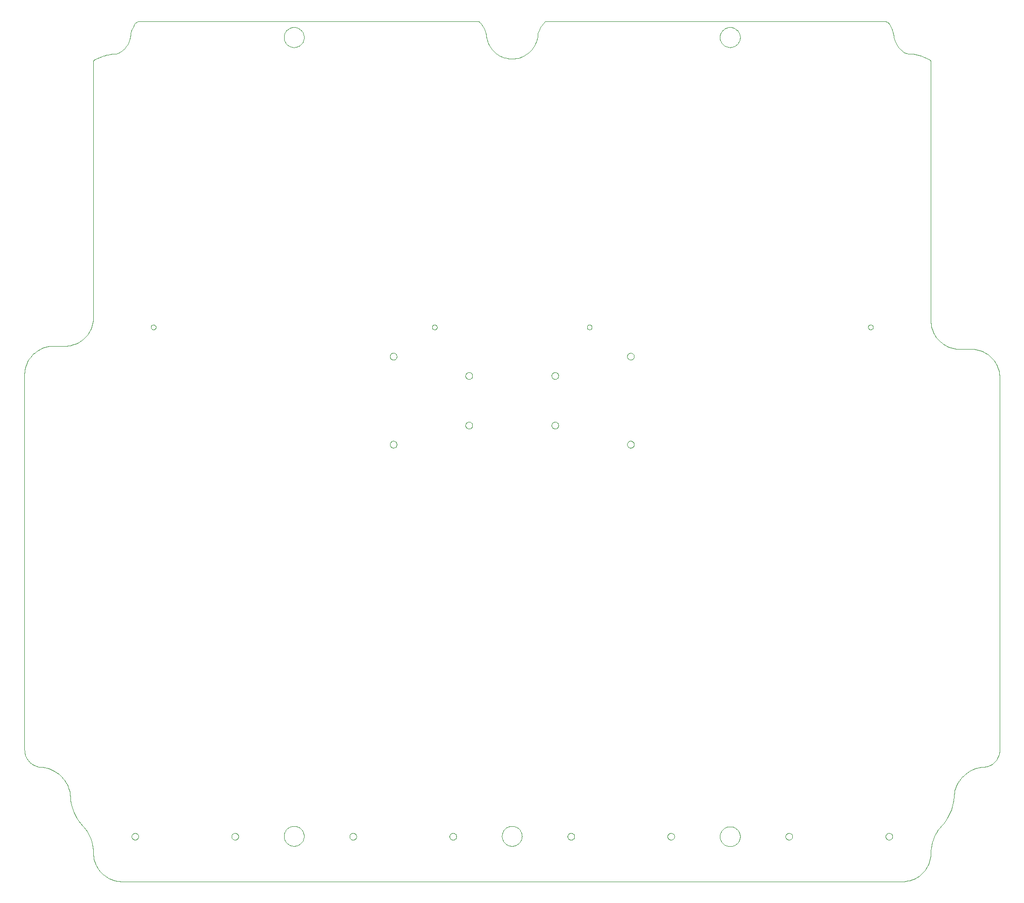
<source format=gm1>
%FSTAX23Y23*%
%MOIN*%
%SFA1B1*%

%IPPOS*%
%ADD110C,0.000500*%
%ADD111C,0.000512*%
%LNduo_x-1*%
%LPD*%
G54D110*
X00023Y0D02*
D01*
Y00001*
Y00003*
Y00004*
X00022Y00006*
Y00008*
X00021Y00009*
X0002Y00011*
Y00012*
X00019Y00013*
X00018Y00015*
X00016Y00016*
X00015Y00017*
X00014Y00018*
X00013Y00019*
X00011Y0002*
X0001Y00021*
X00008*
X00007Y00022*
X00005*
X00004Y00023*
X00002*
X0*
X-00002*
X-00004*
X-00005Y00022*
X-00007*
X-00008Y00021*
X-0001*
X-00011Y0002*
X-00013Y00019*
X-00014Y00018*
X-00015Y00017*
X-00016Y00016*
X-00018Y00015*
X-00019Y00013*
X-0002Y00012*
Y00011*
X-00021Y00009*
X-00022Y00008*
Y00006*
X-00023Y00004*
Y00003*
Y00001*
Y0*
Y-00001*
Y-00003*
Y-00004*
X-00022Y-00006*
Y-00008*
X-00021Y-00009*
X-0002Y-00011*
Y-00012*
X-00019Y-00013*
X-00018Y-00015*
X-00016Y-00016*
X-00015Y-00017*
X-00014Y-00018*
X-00013Y-00019*
X-00011Y-0002*
X-0001Y-00021*
X-00008*
X-00007Y-00022*
X-00005*
X-00004Y-00023*
X-00002*
X0*
X00002*
X00004*
X00005Y-00022*
X00007*
X00008Y-00021*
X0001*
X00011Y-0002*
X00013Y-00019*
X00014Y-00018*
X00015Y-00017*
X00016Y-00016*
X00018Y-00015*
X00019Y-00013*
X0002Y-00012*
Y-00011*
X00021Y-00009*
X00022Y-00008*
Y-00006*
X00023Y-00004*
Y-00003*
Y-00001*
Y0*
X-00144Y05373D02*
D01*
X-00158Y05372*
X-00171Y05371*
X-00185Y05368*
X-00198Y05365*
X-00211Y05361*
X-00217Y05359*
X-00272Y05337D02*
D01*
Y05336*
X-00273*
X-00274*
X-00275Y05335*
X-00276*
X-00277Y05334*
X-00279Y05333*
X-0028Y05332*
X-00281Y05331*
X-00282Y0533*
Y05329*
X-00283Y05328*
X-00284Y05327*
Y05326*
X-00285Y05325*
Y05323*
X-00286Y05322*
Y05321*
Y05319*
Y05318*
X-00483Y03367D02*
D01*
X-00469*
X-00456Y03369*
X-00442Y03371*
X-00429Y03375*
X-00416Y03379*
X-00403Y03384*
X-00391Y0339*
X-00379Y03397*
X-00367Y03405*
X-00357Y03413*
X-00346Y03422*
X-00337Y03432*
X-00328Y03443*
X-0032Y03454*
X-00313Y03465*
X-00306Y03478*
X-00301Y0349*
X-00296Y03503*
X-00292Y03516*
X-00289Y0353*
X-00287Y03543*
X-00286Y03557*
Y03564*
X-00562Y03367D02*
D01*
X-00576*
X-00589Y03365*
X-00603Y03363*
X-00616Y03359*
X-00629Y03355*
X-00642Y0335*
X-00654Y03344*
X-00666Y03337*
X-00678Y03329*
X-00688Y03321*
X-00699Y03312*
X-00708Y03302*
X-00717Y03291*
X-00725Y0328*
X-00732Y03269*
X-00739Y03256*
X-00744Y03244*
X-00749Y03231*
X-00753Y03218*
X-00756Y03204*
X-00758Y03191*
X-00759Y03177*
Y0317*
Y00595D02*
D01*
X-00758Y00587*
Y00578*
X-00756Y0057*
X-00754Y00562*
X-00752Y00554*
X-00748Y00547*
X-00745Y00539*
X-00741Y00532*
X-00736Y00525*
X-00731Y00519*
X-00726Y00513*
X-0072Y00507*
X-00713Y00502*
X-00707Y00497*
X-007Y00493*
X-00692Y00489*
X-00685Y00485*
X-00677Y00482*
X-00669Y0048*
X-00661Y00478*
X-00653Y00477*
X-00648*
X-00444Y00272D02*
D01*
X-00445Y00287*
X-00448Y00302*
X-00451Y00317*
X-00456Y00331*
X-00461Y00346*
X-00467Y00359*
X-00475Y00372*
X-00483Y00385*
X-00492Y00397*
X-00502Y00409*
X-00513Y00419*
X-00524Y00429*
X-00536Y00438*
X-00549Y00446*
X-00562Y00454*
X-00576Y0046*
X-0059Y00466*
X-00604Y0047*
X-00619Y00473*
X-00634Y00476*
X-00648Y00477*
X-00444Y00272D02*
D01*
X-00442Y0025*
X-00439Y00229*
X-00434Y00207*
X-00427Y00186*
X-00419Y00166*
X-0041Y00146*
X-00399Y00127*
X-00387Y00108*
X-00374Y00091*
X-0036Y00074*
X-00286Y-00112D02*
D01*
X-00287Y-00093*
X-00289Y-00074*
X-00292Y-00055*
X-00297Y-00036*
X-00303Y-00018*
X-0031Y0*
X-00319Y00016*
X-00328Y00033*
X-00339Y00049*
X-00351Y00064*
X-0036Y00074*
X-00286Y-00112D02*
D01*
Y-00126*
X-00284Y-0014*
X-00282Y-00153*
X-00279Y-00167*
X-00274Y-0018*
X-00269Y-00192*
X-00263Y-00205*
X-00256Y-00217*
X-00249Y-00228*
X-0024Y-00239*
X-00231Y-00249*
X-00221Y-00259*
X-00211Y-00267*
X-00199Y-00275*
X-00188Y-00283*
X-00176Y-00289*
X-00163Y-00295*
X-0015Y-00299*
X-00137Y-00303*
X-00124Y-00306*
X-0011Y-00308*
X-00096Y-00309*
X-00089*
X05264D02*
D01*
X05278*
X05291Y-00307*
X05305Y-00305*
X05318Y-00302*
X05331Y-00297*
X05344Y-00292*
X05356Y-00286*
X05368Y-00279*
X0538Y-00272*
X0539Y-00263*
X05401Y-00254*
X0541Y-00244*
X05419Y-00233*
X05427Y-00222*
X05434Y-00211*
X05441Y-00199*
X05446Y-00186*
X05451Y-00173*
X05455Y-0016*
X05458Y-00146*
X0546Y-00133*
X05461Y-00119*
Y-00112*
X05535Y00074D02*
D01*
X05522Y0006*
X0551Y00045*
X055Y00028*
X05491Y00012*
X05483Y-00005*
X05476Y-00023*
X0547Y-00041*
X05466Y-0006*
X05463Y-00079*
X05461Y-00098*
Y-00112*
X05535Y00074D02*
D01*
X05549Y00091*
X05562Y00109*
X05574Y00127*
X05585Y00146*
X05594Y00166*
X05602Y00187*
X05608Y00208*
X05613Y00229*
X05617Y00251*
X05619Y00272*
X05822Y00477D02*
D01*
X05807Y00475*
X05792Y00473*
X05777Y0047*
X05763Y00465*
X05749Y00459*
X05735Y00453*
X05722Y00446*
X05709Y00437*
X05697Y00428*
X05686Y00418*
X05675Y00407*
X05666Y00396*
X05657Y00384*
X05648Y00371*
X05641Y00358*
X05635Y00344*
X0563Y0033*
X05625Y00315*
X05622Y00301*
X0562Y00286*
X05619Y00272*
X05822Y00477D02*
D01*
X0583Y00478*
X05838Y00479*
X05846Y00481*
X05854Y00483*
X05862Y00486*
X05869Y0049*
X05877Y00494*
X05883Y00498*
X0589Y00503*
X05896Y00509*
X05902Y00515*
X05907Y00521*
X05912Y00528*
X05917Y00535*
X05921Y00542*
X05924Y00549*
X05927Y00557*
X05929Y00565*
X05931Y00573*
X05932Y00581*
X05933Y00589*
Y00595*
Y0315D02*
D01*
Y03164*
X05931Y03177*
X05929Y03191*
X05926Y03204*
X05921Y03217*
X05916Y0323*
X0591Y03242*
X05903Y03254*
X05896Y03266*
X05887Y03277*
X05878Y03287*
X05868Y03296*
X05858Y03305*
X05846Y03313*
X05835Y0332*
X05823Y03327*
X0581Y03332*
X05797Y03337*
X05784Y03341*
X05771Y03344*
X05757Y03346*
X05743Y03347*
X05736*
X05461Y03544D02*
D01*
Y0353*
X05463Y03516*
X05465Y03503*
X05468Y03489*
X05473Y03476*
X05478Y03464*
X05484Y03451*
X05491Y03439*
X05498Y03428*
X05507Y03417*
X05516Y03407*
X05526Y03397*
X05536Y03389*
X05548Y0338*
X05559Y03373*
X05571Y03367*
X05584Y03361*
X05597Y03356*
X0561Y03353*
X05623Y0335*
X05637Y03348*
X05651Y03347*
X05658*
X05461Y05318D02*
D01*
Y05319*
Y0532*
X0546Y05322*
Y05323*
Y05324*
X05459Y05326*
X05458Y05327*
Y05328*
X05457Y05329*
X05456Y0533*
X05455Y05331*
X05454Y05332*
X05453Y05333*
X05452Y05334*
X05451Y05335*
X0545*
X05448Y05336*
X05447*
Y05337*
X05392Y05359D02*
D01*
X05379Y05363*
X05366Y05367*
X05352Y0537*
X05339Y05372*
X05325Y05373*
X05318*
X05273Y05387D02*
D01*
X05278Y05384*
X05283Y05381*
X05288Y05379*
X05293Y05377*
X05299Y05375*
X05304Y05374*
X0531Y05373*
X05315*
X05318*
X05206Y05498D02*
D01*
X05208Y05487*
X0521Y05477*
X05213Y05466*
X05217Y05456*
X05222Y05446*
X05227Y05436*
X05233Y05427*
X0524Y05418*
X05247Y0541*
X05254Y05402*
X05263Y05395*
X05271Y05388*
X05273Y05387*
X05206Y05498D02*
D01*
X05204Y0551*
X05201Y05522*
X05198Y05534*
X05193Y05546*
X05188Y05557*
X05182Y05568*
X05176Y05578*
X05173Y05582*
X05171Y05584*
X0517Y05586*
X05168Y05587*
X05166Y05589*
X05165Y0559*
X05163Y05591*
X05161Y05592*
X05159Y05593*
X05157Y05594*
X05154*
X05152Y05595*
X0515*
X05148*
X05147*
X02815D02*
D01*
X02807Y05588*
X02799Y0558*
X02793Y05571*
X02786Y05562*
X02781Y05553*
X02776Y05543*
X02772Y05533*
X02768Y05522*
X02765Y05512*
X02763Y05501*
Y05496*
X02411Y05493D02*
D01*
X02413Y05481*
X02416Y05469*
X0242Y05457*
X02424Y05446*
X0243Y05434*
X02436Y05424*
X02443Y05413*
X0245Y05404*
X02459Y05394*
X02467Y05386*
X02477Y05378*
X02487Y0537*
X02497Y05364*
X02508Y05358*
X02519Y05353*
X02531Y05348*
X02543Y05345*
X02555Y05342*
X02567Y05341*
X0258Y0534*
X02592*
X02604*
X02616Y05342*
X02629Y05344*
X02641Y05348*
X02652Y05352*
X02663Y05357*
X02674Y05363*
X02685Y05369*
X02695Y05376*
X02705Y05384*
X02713Y05393*
X02722Y05402*
X02729Y05412*
X02736Y05422*
X02743Y05433*
X02748Y05444*
X02753Y05455*
X02757Y05467*
X0276Y05479*
X02762Y05491*
X02763Y05496*
X02411Y05493D02*
D01*
X0241Y05504*
X02407Y05515*
X02404Y05526*
X02401Y05536*
X02396Y05546*
X02391Y05556*
X02385Y05565*
X02379Y05574*
X02372Y05582*
X02364Y0559*
X02359Y05595*
X00027D02*
D01*
X00024*
X00022*
X0002*
X00018Y05594*
X00016Y05593*
X00014*
X00012Y05592*
X0001Y0559*
X00008Y05589*
X00006Y05588*
X00004Y05586*
X00003Y05585*
X00001Y05583*
Y05582*
X-00005Y05572*
X-00011Y05561*
X-00017Y0555*
X-00022Y05539*
X-00026Y05527*
X-00029Y05515*
X-00031Y05503*
Y05498*
X-00099Y05387D02*
D01*
X-0009Y05393*
X-00082Y054*
X-00074Y05408*
X-00067Y05416*
X-0006Y05425*
X-00054Y05434*
X-00048Y05444*
X-00044Y05454*
X-0004Y05464*
X-00036Y05474*
X-00034Y05485*
X-00032Y05496*
X-00031Y05498*
X-00144Y05373D02*
D01*
X-00138*
X-00133Y05374*
X-00127*
X-00122Y05376*
X-00117Y05378*
X-00112Y0538*
X-00107Y05382*
X-00102Y05385*
X-00099Y05387*
X0116Y05487D02*
D01*
X01159Y05492*
Y05497*
X01158Y05501*
X01157Y05506*
X01155Y05511*
X01154Y05515*
X01152Y05519*
X01149Y05524*
X01146Y05528*
X01143Y05531*
X0114Y05535*
X01137Y05538*
X01133Y05541*
X01129Y05544*
X01125Y05547*
X01121Y05549*
X01117Y05551*
X01112Y05553*
X01107Y05554*
X01103Y05555*
X01098Y05556*
X01093*
X01088*
X01083*
X01079Y05555*
X01074Y05554*
X01069Y05553*
X01065Y05551*
X0106Y05549*
X01056Y05547*
X01052Y05544*
X01048Y05541*
X01045Y05538*
X01041Y05535*
X01038Y05531*
X01035Y05528*
X01032Y05524*
X0103Y05519*
X01028Y05515*
X01026Y05511*
X01024Y05506*
X01023Y05501*
X01022Y05497*
Y05492*
Y05487*
Y05482*
Y05478*
X01023Y05473*
X01024Y05468*
X01026Y05464*
X01028Y05459*
X0103Y05455*
X01032Y05451*
X01035Y05447*
X01038Y05443*
X01041Y05439*
X01045Y05436*
X01048Y05433*
X01052Y0543*
X01056Y05427*
X0106Y05425*
X01065Y05423*
X01069Y05422*
X01074Y0542*
X01079Y05419*
X01083*
X01088Y05418*
X01093*
X01098Y05419*
X01103*
X01107Y0542*
X01112Y05422*
X01117Y05423*
X01121Y05425*
X01125Y05427*
X01129Y0543*
X01133Y05433*
X01137Y05436*
X0114Y05439*
X01143Y05443*
X01146Y05447*
X01149Y05451*
X01152Y05455*
X01154Y05459*
X01155Y05464*
X01157Y05468*
X01158Y05473*
X01159Y05478*
Y05482*
X0116Y05487*
X04152D02*
D01*
Y05492*
X04151Y05497*
X0415Y05501*
X04149Y05506*
X04148Y05511*
X04146Y05515*
X04144Y05519*
X04141Y05524*
X04139Y05528*
X04136Y05531*
X04132Y05535*
X04129Y05538*
X04125Y05541*
X04121Y05544*
X04117Y05547*
X04113Y05549*
X04109Y05551*
X04104Y05553*
X04099Y05554*
X04095Y05555*
X0409Y05556*
X04085*
X0408*
X04076*
X04071Y05555*
X04066Y05554*
X04062Y05553*
X04057Y05551*
X04053Y05549*
X04048Y05547*
X04044Y05544*
X0404Y05541*
X04037Y05538*
X04033Y05535*
X0403Y05531*
X04027Y05528*
X04024Y05524*
X04022Y05519*
X0402Y05515*
X04018Y05511*
X04017Y05506*
X04015Y05501*
Y05497*
X04014Y05492*
Y05487*
Y05482*
X04015Y05478*
Y05473*
X04017Y05468*
X04018Y05464*
X0402Y05459*
X04022Y05455*
X04024Y05451*
X04027Y05447*
X0403Y05443*
X04033Y05439*
X04037Y05436*
X0404Y05433*
X04044Y0543*
X04048Y05427*
X04053Y05425*
X04057Y05423*
X04062Y05422*
X04066Y0542*
X04071Y05419*
X04076*
X0408Y05418*
X04085*
X0409Y05419*
X04095*
X04099Y0542*
X04104Y05422*
X04109Y05423*
X04113Y05425*
X04117Y05427*
X04121Y0543*
X04125Y05433*
X04129Y05436*
X04132Y05439*
X04136Y05443*
X04139Y05447*
X04141Y05451*
X04144Y05455*
X04146Y05459*
X04148Y05464*
X04149Y05468*
X0415Y05473*
X04151Y05478*
X04152Y05482*
Y05487*
X0116Y00002D02*
D01*
X01159Y00007*
Y00011*
X01158Y00016*
X01157Y00021*
X01155Y00025*
X01154Y0003*
X01152Y00034*
X01149Y00038*
X01146Y00042*
X01143Y00046*
X0114Y0005*
X01137Y00053*
X01133Y00056*
X01129Y00059*
X01125Y00062*
X01121Y00064*
X01117Y00066*
X01112Y00067*
X01107Y00069*
X01103Y0007*
X01098*
X01093Y00071*
X01088*
X01083Y0007*
X01079*
X01074Y00069*
X01069Y00067*
X01065Y00066*
X0106Y00064*
X01056Y00062*
X01052Y00059*
X01048Y00056*
X01045Y00053*
X01041Y0005*
X01038Y00046*
X01035Y00042*
X01032Y00038*
X0103Y00034*
X01028Y0003*
X01026Y00025*
X01024Y00021*
X01023Y00016*
X01022Y00011*
Y00007*
Y00002*
Y-00002*
Y-00007*
X01023Y-00011*
X01024Y-00016*
X01026Y-00021*
X01028Y-00025*
X0103Y-00029*
X01032Y-00034*
X01035Y-00038*
X01038Y-00041*
X01041Y-00045*
X01045Y-00048*
X01048Y-00051*
X01052Y-00054*
X01056Y-00057*
X0106Y-00059*
X01065Y-00061*
X01069Y-00063*
X01074Y-00064*
X01079Y-00065*
X01083Y-00066*
X01088*
X01093*
X01098*
X01103Y-00065*
X01107Y-00064*
X01112Y-00063*
X01117Y-00061*
X01121Y-00059*
X01125Y-00057*
X01129Y-00054*
X01133Y-00051*
X01137Y-00048*
X0114Y-00045*
X01143Y-00041*
X01146Y-00038*
X01149Y-00034*
X01152Y-00029*
X01154Y-00025*
X01155Y-00021*
X01157Y-00016*
X01158Y-00011*
X01159Y-00007*
Y-00002*
X0116Y00002*
X02656D02*
D01*
X02655Y00007*
Y00011*
X02654Y00016*
X02653Y00021*
X02651Y00025*
X0265Y0003*
X02648Y00034*
X02645Y00038*
X02642Y00042*
X0264Y00046*
X02636Y0005*
X02633Y00053*
X02629Y00056*
X02625Y00059*
X02621Y00062*
X02617Y00064*
X02613Y00066*
X02608Y00067*
X02603Y00069*
X02599Y0007*
X02594*
X02589Y00071*
X02584*
X0258Y0007*
X02575*
X0257Y00069*
X02565Y00067*
X02561Y00066*
X02557Y00064*
X02552Y00062*
X02548Y00059*
X02544Y00056*
X02541Y00053*
X02537Y0005*
X02534Y00046*
X02531Y00042*
X02528Y00038*
X02526Y00034*
X02524Y0003*
X02522Y00025*
X02521Y00021*
X02519Y00016*
Y00011*
X02518Y00007*
Y00002*
Y-00002*
X02519Y-00007*
Y-00011*
X02521Y-00016*
X02522Y-00021*
X02524Y-00025*
X02526Y-00029*
X02528Y-00034*
X02531Y-00038*
X02534Y-00041*
X02537Y-00045*
X02541Y-00048*
X02544Y-00051*
X02548Y-00054*
X02552Y-00057*
X02557Y-00059*
X02561Y-00061*
X02565Y-00063*
X0257Y-00064*
X02575Y-00065*
X0258Y-00066*
X02584*
X02589*
X02594*
X02599Y-00065*
X02603Y-00064*
X02608Y-00063*
X02613Y-00061*
X02617Y-00059*
X02621Y-00057*
X02625Y-00054*
X02629Y-00051*
X02633Y-00048*
X02636Y-00045*
X0264Y-00041*
X02642Y-00038*
X02645Y-00034*
X02648Y-00029*
X0265Y-00025*
X02651Y-00021*
X02653Y-00016*
X02654Y-00011*
X02655Y-00007*
Y-00002*
X02656Y00002*
X04152Y0D02*
D01*
Y00004*
X04151Y00009*
X0415Y00014*
X04149Y00018*
X04148Y00023*
X04146Y00028*
X04144Y00032*
X04141Y00036*
X04139Y0004*
X04136Y00044*
X04132Y00047*
X04129Y00051*
X04125Y00054*
X04121Y00057*
X04117Y00059*
X04113Y00061*
X04109Y00063*
X04104Y00065*
X04099Y00066*
X04095Y00067*
X0409Y00068*
X04085*
X0408*
X04076*
X04071Y00067*
X04066Y00066*
X04062Y00065*
X04057Y00063*
X04053Y00061*
X04048Y00059*
X04044Y00057*
X0404Y00054*
X04037Y00051*
X04033Y00047*
X0403Y00044*
X04027Y0004*
X04024Y00036*
X04022Y00032*
X0402Y00028*
X04018Y00023*
X04017Y00018*
X04015Y00014*
Y00009*
X04014Y00004*
Y0*
Y-00004*
X04015Y-00009*
Y-00014*
X04017Y-00018*
X04018Y-00023*
X0402Y-00028*
X04022Y-00032*
X04024Y-00036*
X04027Y-0004*
X0403Y-00044*
X04033Y-00047*
X04037Y-00051*
X0404Y-00054*
X04044Y-00057*
X04048Y-00059*
X04053Y-00061*
X04057Y-00063*
X04062Y-00065*
X04066Y-00066*
X04071Y-00067*
X04076Y-00068*
X0408*
X04085*
X0409*
X04095Y-00067*
X04099Y-00066*
X04104Y-00065*
X04109Y-00063*
X04113Y-00061*
X04117Y-00059*
X04121Y-00057*
X04125Y-00054*
X04129Y-00051*
X04132Y-00047*
X04136Y-00044*
X04139Y-0004*
X04141Y-00036*
X04144Y-00032*
X04146Y-00028*
X04148Y-00023*
X04149Y-00018*
X0415Y-00014*
X04151Y-00009*
X04152Y-00004*
Y0*
X02815Y05595D02*
D01*
X02807Y05588*
X02799Y0558*
X02793Y05571*
X02786Y05562*
X02781Y05553*
X02776Y05543*
X02772Y05533*
X02768Y05522*
X02765Y05512*
X02763Y05501*
Y05496*
X05173Y05582D02*
D01*
X05171Y05584*
X0517Y05586*
X05168Y05587*
X05166Y05589*
X05165Y0559*
X05163Y05591*
X05161Y05592*
X05159Y05593*
X05157Y05594*
X05154*
X05152Y05595*
X0515*
X05148*
X05147*
X05206Y05498D02*
D01*
X05204Y0551*
X05201Y05522*
X05198Y05534*
X05193Y05546*
X05188Y05557*
X05182Y05568*
X05176Y05578*
X05173Y05582*
X05461Y05318D02*
D01*
Y05319*
Y0532*
X0546Y05322*
Y05323*
Y05324*
X05459Y05326*
X05458Y05327*
Y05328*
X05457Y05329*
X05456Y0533*
X05455Y05331*
X05454Y05332*
X05453Y05333*
X05452Y05334*
X05451Y05335*
X0545*
X05448Y05336*
X05461Y03544D02*
D01*
Y0353*
X05463Y03516*
X05465Y03503*
X05468Y03489*
X05473Y03476*
X05478Y03464*
X05484Y03451*
X05491Y03439*
X05498Y03428*
X05507Y03417*
X05516Y03407*
X05526Y03397*
X05536Y03389*
X05548Y0338*
X05559Y03373*
X05571Y03367*
X05584Y03361*
X05597Y03356*
X0561Y03353*
X05623Y0335*
X05637Y03348*
X05651Y03347*
X05658*
X05933Y0315D02*
D01*
Y03164*
X05931Y03177*
X05929Y03191*
X05926Y03204*
X05921Y03217*
X05916Y0323*
X0591Y03242*
X05903Y03254*
X05896Y03266*
X05887Y03277*
X05878Y03287*
X05868Y03296*
X05858Y03305*
X05846Y03313*
X05835Y0332*
X05823Y03327*
X0581Y03332*
X05797Y03337*
X05784Y03341*
X05771Y03344*
X05757Y03346*
X05743Y03347*
X05736*
X05822Y00477D02*
D01*
X0583Y00478*
X05838Y00479*
X05846Y00481*
X05854Y00483*
X05862Y00486*
X05869Y0049*
X05877Y00494*
X05883Y00498*
X0589Y00503*
X05896Y00509*
X05902Y00515*
X05907Y00521*
X05912Y00528*
X05917Y00535*
X05921Y00542*
X05924Y00549*
X05927Y00557*
X05929Y00565*
X05931Y00573*
X05932Y00581*
X05933Y00589*
Y00595*
X05822Y00477D02*
D01*
X05807Y00475*
X05792Y00473*
X05777Y0047*
X05763Y00465*
X05749Y00459*
X05735Y00453*
X05722Y00446*
X05709Y00437*
X05697Y00428*
X05686Y00418*
X05675Y00407*
X05666Y00396*
X05657Y00384*
X05648Y00371*
X05641Y00358*
X05635Y00344*
X0563Y0033*
X05625Y00315*
X05622Y00301*
X0562Y00286*
X05619Y00272*
X05535Y00074D02*
D01*
X05549Y00091*
X05562Y00109*
X05574Y00127*
X05585Y00146*
X05594Y00166*
X05602Y00187*
X05608Y00208*
X05613Y00229*
X05617Y00251*
X05619Y00272*
X05535Y00074D02*
D01*
X05522Y0006*
X0551Y00045*
X055Y00028*
X05491Y00012*
X05483Y-00005*
X05476Y-00023*
X0547Y-00041*
X05466Y-0006*
X05463Y-00079*
X05461Y-00098*
Y-00112*
X05264Y-00309D02*
D01*
X05278*
X05291Y-00307*
X05305Y-00305*
X05318Y-00302*
X05331Y-00297*
X05344Y-00292*
X05356Y-00286*
X05368Y-00279*
X0538Y-00272*
X0539Y-00263*
X05401Y-00254*
X0541Y-00244*
X05419Y-00233*
X05427Y-00222*
X05434Y-00211*
X05441Y-00199*
X05446Y-00186*
X05451Y-00173*
X05455Y-0016*
X05458Y-00146*
X0546Y-00133*
X05461Y-00119*
Y-00112*
X-00286D02*
D01*
Y-00126*
X-00284Y-0014*
X-00282Y-00153*
X-00279Y-00167*
X-00274Y-0018*
X-00269Y-00192*
X-00263Y-00205*
X-00256Y-00217*
X-00249Y-00228*
X-0024Y-00239*
X-00231Y-00249*
X-00221Y-00259*
X-00211Y-00267*
X-00199Y-00275*
X-00188Y-00283*
X-00176Y-00289*
X-00163Y-00295*
X-0015Y-00299*
X-00137Y-00303*
X-00124Y-00306*
X-0011Y-00308*
X-00096Y-00309*
X-00089*
X-00286Y-00112D02*
D01*
X-00287Y-00093*
X-00289Y-00074*
X-00292Y-00055*
X-00297Y-00036*
X-00303Y-00018*
X-0031Y0*
X-00319Y00016*
X-00328Y00033*
X-00339Y00049*
X-00351Y00064*
X-0036Y00074*
X-00444Y00272D02*
D01*
X-00442Y0025*
X-00439Y00229*
X-00434Y00207*
X-00427Y00186*
X-00419Y00166*
X-0041Y00146*
X-00399Y00127*
X-00387Y00108*
X-00374Y00091*
X-0036Y00074*
X-00444Y00272D02*
D01*
X-00445Y00287*
X-00448Y00302*
X-00451Y00317*
X-00456Y00331*
X-00461Y00346*
X-00467Y00359*
X-00475Y00372*
X-00483Y00385*
X-00492Y00397*
X-00502Y00409*
X-00513Y00419*
X-00524Y00429*
X-00536Y00438*
X-00549Y00446*
X-00562Y00454*
X-00576Y0046*
X-0059Y00466*
X-00604Y0047*
X-00619Y00473*
X-00634Y00476*
X-00648Y00477*
X-00759Y00595D02*
D01*
X-00758Y00587*
Y00578*
X-00756Y0057*
X-00754Y00562*
X-00752Y00554*
X-00748Y00547*
X-00745Y00539*
X-00741Y00532*
X-00736Y00525*
X-00731Y00519*
X-00726Y00513*
X-0072Y00507*
X-00713Y00502*
X-00707Y00497*
X-007Y00493*
X-00692Y00489*
X-00685Y00485*
X-00677Y00482*
X-00669Y0048*
X-00661Y00478*
X-00653Y00477*
X-00648*
X-00562Y03367D02*
D01*
X-00576*
X-00589Y03365*
X-00603Y03363*
X-00616Y03359*
X-00629Y03355*
X-00642Y0335*
X-00654Y03344*
X-00666Y03337*
X-00678Y03329*
X-00688Y03321*
X-00699Y03312*
X-00708Y03302*
X-00717Y03291*
X-00725Y0328*
X-00732Y03269*
X-00739Y03256*
X-00744Y03244*
X-00749Y03231*
X-00753Y03218*
X-00756Y03204*
X-00758Y03191*
X-00759Y03177*
Y0317*
X-00483Y03367D02*
D01*
X-00469*
X-00456Y03369*
X-00442Y03371*
X-00429Y03375*
X-00416Y03379*
X-00403Y03384*
X-00391Y0339*
X-00379Y03397*
X-00367Y03405*
X-00357Y03413*
X-00346Y03422*
X-00337Y03432*
X-00328Y03443*
X-0032Y03454*
X-00313Y03465*
X-00306Y03478*
X-00301Y0349*
X-00296Y03503*
X-00292Y03516*
X-00289Y0353*
X-00287Y03543*
X-00286Y03557*
Y03564*
X-00274Y05336D02*
D01*
X-00275Y05335*
X-00276*
X-00277Y05334*
X-00279Y05333*
X-0028Y05332*
X-00281Y05331*
X-00282Y0533*
Y05329*
X-00283Y05328*
X-00284Y05327*
Y05326*
X-00285Y05325*
Y05323*
X-00286Y05322*
Y05321*
Y05319*
Y05318*
X00001Y05582D02*
D01*
X-00005Y05572*
X-00011Y05561*
X-00017Y0555*
X-00022Y05539*
X-00026Y05527*
X-00029Y05515*
X-00031Y05503*
Y05498*
X00027Y05595D02*
D01*
X00024*
X00022*
X0002*
X00018Y05594*
X00016Y05593*
X00014*
X00012Y05592*
X0001Y0559*
X00008Y05589*
X00006Y05588*
X00004Y05586*
X00003Y05585*
X00001Y05583*
Y05582*
X02411Y05493D02*
D01*
X0241Y05504*
X02407Y05515*
X02404Y05526*
X02401Y05536*
X02396Y05546*
X02391Y05556*
X02385Y05565*
X02379Y05574*
X02372Y05582*
X02364Y0559*
X02359Y05595*
X02411Y05493D02*
D01*
X02413Y05481*
X02416Y05469*
X0242Y05457*
X02424Y05446*
X0243Y05434*
X02436Y05424*
X02443Y05413*
X0245Y05404*
X02459Y05394*
X02467Y05386*
X02477Y05378*
X02487Y0537*
X02497Y05364*
X02508Y05358*
X02519Y05353*
X02531Y05348*
X02543Y05345*
X02555Y05342*
X02567Y05341*
X0258Y0534*
X02592*
X02604*
X02616Y05342*
X02629Y05344*
X02641Y05348*
X02652Y05352*
X02663Y05357*
X02674Y05363*
X02685Y05369*
X02695Y05376*
X02705Y05384*
X02713Y05393*
X02722Y05402*
X02729Y05412*
X02736Y05422*
X02743Y05433*
X02748Y05444*
X02753Y05455*
X02757Y05467*
X0276Y05479*
X02762Y05491*
X02763Y05496*
X05064Y03497D02*
D01*
Y03498*
Y03499*
Y035*
X05063Y03502*
Y03503*
Y03504*
X05062Y03505*
Y03506*
X05061Y03507*
X0506Y03508*
X05059Y03509*
X05058Y0351*
X05057Y03511*
X05056*
X05055Y03512*
X05054*
X05053Y03513*
X05051*
X0505*
X05049Y03514*
X05048*
X05047*
X05046*
X05044Y03513*
X05043*
X05042*
X05041Y03512*
X0504*
X05039Y03511*
X05038*
X05037Y0351*
X05036Y03509*
X05035*
Y03508*
X05034Y03507*
X05033Y03506*
Y03505*
X05032Y03504*
Y03503*
X05031Y03502*
Y035*
Y03499*
Y03498*
Y03497*
Y03496*
Y03495*
Y03493*
Y03492*
X05032Y03491*
Y0349*
X05033Y03489*
Y03488*
X05034Y03487*
X05035Y03486*
Y03485*
X05036*
X05037Y03484*
X05038Y03483*
X05039Y03482*
X0504*
X05041Y03481*
X05042*
X05043*
X05044Y0348*
X05046*
X05047*
X05048*
X05049*
X0505*
X05051Y03481*
X05053*
X05054*
X05055Y03482*
X05056*
X05057Y03483*
X05058Y03484*
X05059Y03485*
X0506Y03486*
X05061Y03487*
X05062Y03488*
Y03489*
X05063Y0349*
Y03491*
Y03492*
X05064Y03493*
Y03495*
Y03496*
Y03497*
X03135D02*
D01*
Y03498*
Y03499*
Y035*
X03134Y03502*
Y03503*
Y03504*
X03133Y03505*
X03132Y03506*
Y03507*
X03131Y03508*
X0313Y03509*
X03129*
Y0351*
X03128Y03511*
X03127*
X03126Y03512*
X03125*
X03123Y03513*
X03122*
X03121*
X0312Y03514*
X03119*
X03118*
X03117*
X03115Y03513*
X03114*
X03113*
X03112Y03512*
X03111*
X0311Y03511*
X03109*
X03108Y0351*
X03107Y03509*
X03106*
X03105Y03508*
Y03507*
X03104Y03506*
Y03505*
X03103Y03504*
Y03503*
X03102Y03502*
Y035*
Y03499*
Y03498*
Y03497*
Y03496*
Y03495*
Y03493*
Y03492*
X03103Y03491*
Y0349*
X03104Y03489*
Y03488*
X03105Y03487*
Y03486*
X03106Y03485*
X03107*
X03108Y03484*
X03109Y03483*
X0311Y03482*
X03111*
X03112Y03481*
X03113*
X03114*
X03115Y0348*
X03117*
X03118*
X03119*
X0312*
X03121*
X03122Y03481*
X03123*
X03125*
X03126Y03482*
X03127*
X03128Y03483*
X03129Y03484*
Y03485*
X0313*
X03131Y03486*
X03132Y03487*
Y03488*
X03133Y03489*
X03134Y0349*
Y03491*
Y03492*
X03135Y03493*
Y03495*
Y03496*
Y03497*
X02072D02*
D01*
Y03498*
Y03499*
Y035*
X02071Y03502*
Y03503*
Y03504*
X0207Y03505*
X02069Y03506*
Y03507*
X02068Y03508*
X02067Y03509*
X02066*
Y0351*
X02065Y03511*
X02064*
X02063Y03512*
X02062*
X0206Y03513*
X02059*
X02058*
X02057Y03514*
X02056*
X02055*
X02054*
X02052Y03513*
X02051*
X0205*
X02049Y03512*
X02048*
X02047Y03511*
X02046*
X02045Y0351*
X02044Y03509*
X02043*
X02042Y03508*
Y03507*
X02041Y03506*
Y03505*
X0204Y03504*
Y03503*
X02039Y03502*
Y035*
Y03499*
Y03498*
Y03497*
Y03496*
Y03495*
Y03493*
Y03492*
X0204Y03491*
Y0349*
X02041Y03489*
Y03488*
X02042Y03487*
Y03486*
X02043Y03485*
X02044*
X02045Y03484*
X02046Y03483*
X02047Y03482*
X02048*
X02049Y03481*
X0205*
X02051*
X02052Y0348*
X02054*
X02055*
X02056*
X02057*
X02058*
X02059Y03481*
X0206*
X02062*
X02063Y03482*
X02064*
X02065Y03483*
X02066Y03484*
Y03485*
X02067*
X02068Y03486*
X02069Y03487*
Y03488*
X0207Y03489*
X02071Y0349*
Y03491*
Y03492*
X02072Y03493*
Y03495*
Y03496*
Y03497*
X00143D02*
D01*
Y03498*
Y03499*
X00142Y035*
Y03502*
Y03503*
X00141Y03504*
Y03505*
X0014Y03506*
Y03507*
X00139Y03508*
X00138Y03509*
X00137*
X00136Y0351*
X00135Y03511*
X00134*
X00133Y03512*
X00132*
X00131Y03513*
X0013*
X00129*
X00128Y03514*
X00127*
X00126*
X00124*
X00123Y03513*
X00122*
X00121*
X0012Y03512*
X00119*
X00118Y03511*
X00117*
X00116Y0351*
X00115Y03509*
X00114*
X00113Y03508*
Y03507*
X00112Y03506*
X00111Y03505*
Y03504*
X0011Y03503*
Y03502*
Y035*
Y03499*
X00109Y03498*
Y03497*
Y03496*
X0011Y03495*
Y03493*
Y03492*
Y03491*
X00111Y0349*
Y03489*
X00112Y03488*
X00113Y03487*
Y03486*
X00114Y03485*
X00115*
X00116Y03484*
X00117Y03483*
X00118Y03482*
X00119*
X0012Y03481*
X00121*
X00122*
X00123Y0348*
X00124*
X00126*
X00127*
X00128*
X00129*
X0013Y03481*
X00131*
X00132*
X00133Y03482*
X00134*
X00135Y03483*
X00136Y03484*
X00137Y03485*
X00138*
X00139Y03486*
X0014Y03487*
Y03488*
X00141Y03489*
Y0349*
X00142Y03491*
Y03492*
Y03493*
X00143Y03495*
Y03496*
Y03497*
X00709Y0D02*
D01*
Y00001*
Y00003*
Y00004*
Y00006*
X00708Y00008*
X00707Y00009*
Y00011*
X00706Y00012*
X00705Y00013*
X00704Y00015*
X00703Y00016*
X00702Y00017*
X007Y00018*
X00699Y00019*
X00698Y0002*
X00696Y00021*
X00695*
X00693Y00022*
X00692*
X0069Y00023*
X00688*
X00687*
X00685*
X00683*
X00682*
X0068Y00022*
X00679*
X00677Y00021*
X00675*
X00674Y0002*
X00673Y00019*
X00671Y00018*
X0067Y00017*
X00669Y00016*
X00668Y00015*
X00667Y00013*
X00666Y00012*
X00665Y00011*
X00664Y00009*
Y00008*
X00663Y00006*
Y00004*
X00662Y00003*
Y00001*
Y0*
Y-00001*
Y-00003*
X00663Y-00004*
Y-00006*
X00664Y-00008*
Y-00009*
X00665Y-00011*
X00666Y-00012*
X00667Y-00013*
X00668Y-00015*
X00669Y-00016*
X0067Y-00017*
X00671Y-00018*
X00673Y-00019*
X00674Y-0002*
X00675Y-00021*
X00677*
X00679Y-00022*
X0068*
X00682Y-00023*
X00683*
X00685*
X00687*
X00688*
X0069*
X00692Y-00022*
X00693*
X00695Y-00021*
X00696*
X00698Y-0002*
X00699Y-00019*
X007Y-00018*
X00702Y-00017*
X00703Y-00016*
X00704Y-00015*
X00705Y-00013*
X00706Y-00012*
X00707Y-00011*
Y-00009*
X00708Y-00008*
X00709Y-00006*
Y-00004*
Y-00003*
Y-00001*
Y0*
X01519D02*
D01*
Y00001*
Y00003*
Y00004*
X01518Y00006*
Y00008*
X01517Y00009*
X01516Y00011*
Y00012*
X01515Y00013*
X01514Y00015*
X01513Y00016*
X01511Y00017*
X0151Y00018*
X01509Y00019*
X01507Y0002*
X01506Y00021*
X01504*
X01503Y00022*
X01501*
X015Y00023*
X01498*
X01496*
X01495*
X01493*
X01491*
X0149Y00022*
X01488*
X01487Y00021*
X01485*
X01484Y0002*
X01482Y00019*
X01481Y00018*
X0148Y00017*
X01479Y00016*
X01477Y00015*
X01476Y00013*
Y00012*
X01475Y00011*
X01474Y00009*
X01473Y00008*
Y00006*
X01472Y00004*
Y00003*
Y00001*
Y0*
Y-00001*
Y-00003*
Y-00004*
X01473Y-00006*
Y-00008*
X01474Y-00009*
X01475Y-00011*
X01476Y-00012*
Y-00013*
X01477Y-00015*
X01479Y-00016*
X0148Y-00017*
X01481Y-00018*
X01482Y-00019*
X01484Y-0002*
X01485Y-00021*
X01487*
X01488Y-00022*
X0149*
X01491Y-00023*
X01493*
X01495*
X01496*
X01498*
X015*
X01501Y-00022*
X01503*
X01504Y-00021*
X01506*
X01507Y-0002*
X01509Y-00019*
X0151Y-00018*
X01511Y-00017*
X01513Y-00016*
X01514Y-00015*
X01515Y-00013*
X01516Y-00012*
Y-00011*
X01517Y-00009*
X01518Y-00008*
Y-00006*
X01519Y-00004*
Y-00003*
Y-00001*
Y0*
X02206D02*
D01*
X02205Y00001*
Y00003*
Y00004*
Y00006*
X02204Y00008*
X02203Y00009*
Y00011*
X02202Y00012*
X02201Y00013*
X022Y00015*
X02199Y00016*
X02198Y00017*
X02196Y00018*
X02195Y00019*
X02194Y0002*
X02192Y00021*
X02191*
X02189Y00022*
X02188*
X02186Y00023*
X02184*
X02183*
X02181*
X02179*
X02178*
X02176Y00022*
X02175*
X02173Y00021*
X02172*
X0217Y0002*
X02169Y00019*
X02167Y00018*
X02166Y00017*
X02165Y00016*
X02164Y00015*
X02163Y00013*
X02162Y00012*
X02161Y00011*
X0216Y00009*
Y00008*
X02159Y00006*
Y00004*
X02158Y00003*
Y00001*
Y0*
Y-00001*
Y-00003*
X02159Y-00004*
Y-00006*
X0216Y-00008*
Y-00009*
X02161Y-00011*
X02162Y-00012*
X02163Y-00013*
X02164Y-00015*
X02165Y-00016*
X02166Y-00017*
X02167Y-00018*
X02169Y-00019*
X0217Y-0002*
X02172Y-00021*
X02173*
X02175Y-00022*
X02176*
X02178Y-00023*
X02179*
X02181*
X02183*
X02184*
X02186*
X02188Y-00022*
X02189*
X02191Y-00021*
X02192*
X02194Y-0002*
X02195Y-00019*
X02196Y-00018*
X02198Y-00017*
X02199Y-00016*
X022Y-00015*
X02201Y-00013*
X02202Y-00012*
X02203Y-00011*
Y-00009*
X02204Y-00008*
X02205Y-00006*
Y-00004*
Y-00003*
Y-00001*
X02206Y0*
X03015D02*
D01*
Y00001*
Y00003*
Y00004*
X03014Y00006*
Y00008*
X03013Y00009*
X03012Y00011*
Y00012*
X03011Y00013*
X0301Y00015*
X03009Y00016*
X03007Y00017*
X03006Y00018*
X03005Y00019*
X03003Y0002*
X03002Y00021*
X03*
X02999Y00022*
X02997*
X02996Y00023*
X02994*
X02992*
X02991*
X02989*
X02988*
X02986Y00022*
X02984*
X02983Y00021*
X02981*
X0298Y0002*
X02978Y00019*
X02977Y00018*
X02976Y00017*
X02975Y00016*
X02974Y00015*
X02973Y00013*
X02972Y00012*
X02971Y00011*
X0297Y00009*
X02969Y00008*
Y00006*
Y00004*
X02968Y00003*
Y00001*
Y0*
Y-00001*
Y-00003*
X02969Y-00004*
Y-00006*
Y-00008*
X0297Y-00009*
X02971Y-00011*
X02972Y-00012*
X02973Y-00013*
X02974Y-00015*
X02975Y-00016*
X02976Y-00017*
X02977Y-00018*
X02978Y-00019*
X0298Y-0002*
X02981Y-00021*
X02983*
X02984Y-00022*
X02986*
X02988Y-00023*
X02989*
X02991*
X02992*
X02994*
X02996*
X02997Y-00022*
X02999*
X03Y-00021*
X03002*
X03003Y-0002*
X03005Y-00019*
X03006Y-00018*
X03007Y-00017*
X03009Y-00016*
X0301Y-00015*
X03011Y-00013*
X03012Y-00012*
Y-00011*
X03013Y-00009*
X03014Y-00008*
Y-00006*
X03015Y-00004*
Y-00003*
Y-00001*
Y0*
X03702D02*
D01*
Y00001*
X03701Y00003*
Y00004*
Y00006*
X037Y00008*
Y00009*
X03699Y00011*
X03698Y00012*
X03697Y00013*
X03696Y00015*
X03695Y00016*
X03694Y00017*
X03692Y00018*
X03691Y00019*
X0369Y0002*
X03688Y00021*
X03687*
X03685Y00022*
X03684*
X03682Y00023*
X0368*
X03679*
X03677*
X03675*
X03674*
X03672Y00022*
X03671*
X03669Y00021*
X03668*
X03666Y0002*
X03665Y00019*
X03663Y00018*
X03662Y00017*
X03661Y00016*
X0366Y00015*
X03659Y00013*
X03658Y00012*
X03657Y00011*
X03656Y00009*
Y00008*
X03655Y00006*
Y00004*
Y00003*
X03654Y00001*
Y0*
Y-00001*
X03655Y-00003*
Y-00004*
Y-00006*
X03656Y-00008*
Y-00009*
X03657Y-00011*
X03658Y-00012*
X03659Y-00013*
X0366Y-00015*
X03661Y-00016*
X03662Y-00017*
X03663Y-00018*
X03665Y-00019*
X03666Y-0002*
X03668Y-00021*
X03669*
X03671Y-00022*
X03672*
X03674Y-00023*
X03675*
X03677*
X03679*
X0368*
X03682*
X03684Y-00022*
X03685*
X03687Y-00021*
X03688*
X0369Y-0002*
X03691Y-00019*
X03692Y-00018*
X03694Y-00017*
X03695Y-00016*
X03696Y-00015*
X03697Y-00013*
X03698Y-00012*
X03699Y-00011*
X037Y-00009*
Y-00008*
X03701Y-00006*
Y-00004*
Y-00003*
X03702Y-00001*
Y0*
X00023D02*
D01*
Y00001*
Y00003*
Y00004*
X00022Y00006*
Y00008*
X00021Y00009*
X0002Y00011*
Y00012*
X00019Y00013*
X00018Y00015*
X00016Y00016*
X00015Y00017*
X00014Y00018*
X00013Y00019*
X00011Y0002*
X0001Y00021*
X00008*
X00007Y00022*
X00005*
X00004Y00023*
X00002*
X0*
X-00002*
X-00004*
X-00005Y00022*
X-00007*
X-00008Y00021*
X-0001*
X-00011Y0002*
X-00013Y00019*
X-00014Y00018*
X-00015Y00017*
X-00016Y00016*
X-00018Y00015*
X-00019Y00013*
X-0002Y00012*
Y00011*
X-00021Y00009*
X-00022Y00008*
Y00006*
X-00023Y00004*
Y00003*
Y00001*
Y0*
Y-00001*
Y-00003*
Y-00004*
X-00022Y-00006*
Y-00008*
X-00021Y-00009*
X-0002Y-00011*
Y-00012*
X-00019Y-00013*
X-00018Y-00015*
X-00016Y-00016*
X-00015Y-00017*
X-00014Y-00018*
X-00013Y-00019*
X-00011Y-0002*
X-0001Y-00021*
X-00008*
X-00007Y-00022*
X-00005*
X-00004Y-00023*
X-00002*
X0*
X00002*
X00004*
X00005Y-00022*
X00007*
X00008Y-00021*
X0001*
X00011Y-0002*
X00013Y-00019*
X00014Y-00018*
X00015Y-00017*
X00016Y-00016*
X00018Y-00015*
X00019Y-00013*
X0002Y-00012*
Y-00011*
X00021Y-00009*
X00022Y-00008*
Y-00006*
X00023Y-00004*
Y-00003*
Y-00001*
Y0*
X04511D02*
D01*
Y00001*
Y00003*
Y00004*
X0451Y00006*
Y00008*
X04509Y00009*
Y00011*
X04508Y00012*
X04507Y00013*
X04506Y00015*
X04505Y00016*
X04503Y00017*
X04502Y00018*
X04501Y00019*
X045Y0002*
X04498Y00021*
X04497*
X04495Y00022*
X04493*
X04492Y00023*
X0449*
X04489*
X04487*
X04485*
X04484*
X04482Y00022*
X0448*
X04479Y00021*
X04477*
X04476Y0002*
X04474Y00019*
X04473Y00018*
X04472Y00017*
X04471Y00016*
X0447Y00015*
X04469Y00013*
X04468Y00012*
X04467Y00011*
X04466Y00009*
X04465Y00008*
Y00006*
Y00004*
X04464Y00003*
Y00001*
Y0*
Y-00001*
Y-00003*
X04465Y-00004*
Y-00006*
Y-00008*
X04466Y-00009*
X04467Y-00011*
X04468Y-00012*
X04469Y-00013*
X0447Y-00015*
X04471Y-00016*
X04472Y-00017*
X04473Y-00018*
X04474Y-00019*
X04476Y-0002*
X04477Y-00021*
X04479*
X0448Y-00022*
X04482*
X04484Y-00023*
X04485*
X04487*
X04489*
X0449*
X04492*
X04493Y-00022*
X04495*
X04497Y-00021*
X04498*
X045Y-0002*
X04501Y-00019*
X04502Y-00018*
X04503Y-00017*
X04505Y-00016*
X04506Y-00015*
X04507Y-00013*
X04508Y-00012*
X04509Y-00011*
Y-00009*
X0451Y-00008*
Y-00006*
X04511Y-00004*
Y-00003*
Y-00001*
Y0*
X05198D02*
D01*
Y00001*
X05197Y00003*
Y00004*
Y00006*
X05196Y00008*
Y00009*
X05195Y00011*
X05194Y00012*
X05193Y00013*
X05192Y00015*
X05191Y00016*
X0519Y00017*
X05189Y00018*
X05187Y00019*
X05186Y0002*
X05184Y00021*
X05183*
X05181Y00022*
X0518*
X05178Y00023*
X05176*
X05175*
X05173*
X05172*
X0517*
X05168Y00022*
X05167*
X05165Y00021*
X05164*
X05162Y0002*
X05161Y00019*
X05159Y00018*
X05158Y00017*
X05157Y00016*
X05156Y00015*
X05155Y00013*
X05154Y00012*
X05153Y00011*
X05152Y00009*
Y00008*
X05151Y00006*
Y00004*
Y00003*
X0515Y00001*
Y0*
Y-00001*
X05151Y-00003*
Y-00004*
Y-00006*
X05152Y-00008*
Y-00009*
X05153Y-00011*
X05154Y-00012*
X05155Y-00013*
X05156Y-00015*
X05157Y-00016*
X05158Y-00017*
X05159Y-00018*
X05161Y-00019*
X05162Y-0002*
X05164Y-00021*
X05165*
X05167Y-00022*
X05168*
X0517Y-00023*
X05172*
X05173*
X05175*
X05176*
X05178*
X0518Y-00022*
X05181*
X05183Y-00021*
X05184*
X05186Y-0002*
X05187Y-00019*
X05189Y-00018*
X0519Y-00017*
X05191Y-00016*
X05192Y-00015*
X05193Y-00013*
X05194Y-00012*
X05195Y-00011*
X05196Y-00009*
Y-00008*
X05197Y-00006*
Y-00004*
Y-00003*
X05198Y-00001*
Y0*
X01796Y02692D02*
D01*
Y02694*
Y02695*
Y02697*
X01795Y02698*
Y027*
X01794Y02701*
Y02703*
X01793Y02704*
X01792Y02706*
X01791Y02707*
X0179Y02708*
X01789Y02709*
X01787Y02711*
X01786*
X01785Y02712*
X01783Y02713*
X01782Y02714*
X0178*
X01778Y02715*
X01777*
X01775*
X01774*
X01772*
X0177*
X01769*
X01767*
X01765Y02714*
X01764*
X01762Y02713*
X01761Y02712*
X0176Y02711*
X01758*
X01757Y02709*
X01756Y02708*
X01755Y02707*
X01754Y02706*
X01753Y02704*
X01752Y02703*
X01751Y02701*
Y027*
X0175Y02698*
Y02697*
X01749Y02695*
Y02694*
Y02692*
Y0269*
Y02689*
X0175Y02687*
Y02685*
X01751Y02684*
Y02682*
X01752Y02681*
X01753Y02679*
X01754Y02678*
X01755Y02677*
X01756Y02675*
X01757Y02674*
X01758Y02673*
X0176Y02672*
X01761Y02671*
X01762*
X01764Y0267*
X01765Y02669*
X01767*
X01769*
X0177Y02668*
X01772*
X01774*
X01775*
X01777Y02669*
X01778*
X0178*
X01782Y0267*
X01783Y02671*
X01785*
X01786Y02672*
X01787Y02673*
X01789Y02674*
X0179Y02675*
X01791Y02677*
X01792Y02678*
X01793Y02679*
X01794Y02681*
Y02682*
X01795Y02684*
Y02685*
X01796Y02687*
Y02689*
Y0269*
Y02692*
X02315Y03163D02*
D01*
Y03165*
Y03167*
Y03168*
X02314Y0317*
Y03171*
X02313Y03173*
X02312Y03174*
Y03176*
X02311Y03177*
X0231Y03178*
X02308Y0318*
X02307Y03181*
X02306Y03182*
X02305Y03183*
X02303Y03184*
X02302*
X023Y03185*
X02299Y03186*
X02297*
X02296*
X02294Y03187*
X02292*
X02291*
X02289*
X02287Y03186*
X02286*
X02284*
X02283Y03185*
X02281Y03184*
X0228*
X02278Y03183*
X02277Y03182*
X02276Y03181*
X02274Y0318*
X02273Y03178*
X02272Y03177*
X02271Y03176*
Y03174*
X0227Y03173*
X02269Y03171*
Y0317*
X02268Y03168*
Y03167*
Y03165*
Y03163*
Y03162*
Y0316*
Y03158*
X02269Y03157*
Y03155*
X0227Y03154*
X02271Y03152*
Y03151*
X02272Y03149*
X02273Y03148*
X02274Y03147*
X02276Y03146*
X02277Y03145*
X02278Y03144*
X0228Y03143*
X02281Y03142*
X02283Y03141*
X02284*
X02286Y0314*
X02287*
X02289*
X02291*
X02292*
X02294*
X02296*
X02297*
X02299Y03141*
X023*
X02302Y03142*
X02303Y03143*
X02305Y03144*
X02306Y03145*
X02307Y03146*
X02308Y03147*
X0231Y03148*
X02311Y03149*
X02312Y03151*
Y03152*
X02313Y03154*
X02314Y03155*
Y03157*
X02315Y03158*
Y0316*
Y03162*
Y03163*
Y02823D02*
D01*
Y02824*
Y02826*
Y02828*
X02314Y02829*
Y02831*
X02313Y02832*
X02312Y02834*
Y02835*
X02311Y02837*
X0231Y02838*
X02308Y02839*
X02307Y0284*
X02306Y02841*
X02305Y02842*
X02303Y02843*
X02302Y02844*
X023Y02845*
X02299*
X02297Y02846*
X02296*
X02294*
X02292*
X02291*
X02289*
X02287*
X02286*
X02284Y02845*
X02283*
X02281Y02844*
X0228Y02843*
X02278Y02842*
X02277Y02841*
X02276Y0284*
X02274Y02839*
X02273Y02838*
X02272Y02837*
X02271Y02835*
Y02834*
X0227Y02832*
X02269Y02831*
Y02829*
X02268Y02828*
Y02826*
Y02824*
Y02823*
Y02821*
Y02819*
Y02818*
X02269Y02816*
Y02815*
X0227Y02813*
X02271Y02812*
Y0281*
X02272Y02809*
X02273Y02808*
X02274Y02806*
X02276Y02805*
X02277Y02804*
X02278Y02803*
X0228Y02802*
X02281*
X02283Y02801*
X02284Y028*
X02286*
X02287Y02799*
X02289*
X02291*
X02292*
X02294*
X02296*
X02297Y028*
X02299*
X023Y02801*
X02302Y02802*
X02303*
X02305Y02803*
X02306Y02804*
X02307Y02805*
X02308Y02806*
X0231Y02808*
X02311Y02809*
X02312Y0281*
Y02812*
X02313Y02813*
X02314Y02815*
Y02816*
X02315Y02818*
Y02819*
Y02821*
Y02823*
X02906D02*
D01*
Y02824*
X02905Y02826*
Y02828*
Y02829*
X02904Y02831*
Y02832*
X02903Y02834*
X02902Y02835*
X02901Y02837*
X029Y02838*
X02899Y02839*
X02898Y0284*
X02897Y02841*
X02895Y02842*
X02894Y02843*
X02892Y02844*
X02891Y02845*
X02889*
X02888Y02846*
X02886*
X02885*
X02883*
X02881*
X0288*
X02878*
X02876*
X02875Y02845*
X02873*
X02872Y02844*
X0287Y02843*
X02869Y02842*
X02867Y02841*
X02866Y0284*
X02865Y02839*
X02864Y02838*
X02863Y02837*
X02862Y02835*
X02861Y02834*
X0286Y02832*
Y02831*
X02859Y02829*
Y02828*
Y02826*
X02858Y02824*
Y02823*
Y02821*
X02859Y02819*
Y02818*
Y02816*
X0286Y02815*
Y02813*
X02861Y02812*
X02862Y0281*
X02863Y02809*
X02864Y02808*
X02865Y02806*
X02866Y02805*
X02867Y02804*
X02869Y02803*
X0287Y02802*
X02872*
X02873Y02801*
X02875Y028*
X02876*
X02878Y02799*
X0288*
X02881*
X02883*
X02885*
X02886*
X02888Y028*
X02889*
X02891Y02801*
X02892Y02802*
X02894*
X02895Y02803*
X02897Y02804*
X02898Y02805*
X02899Y02806*
X029Y02808*
X02901Y02809*
X02902Y0281*
X02903Y02812*
X02904Y02813*
Y02815*
X02905Y02816*
Y02818*
Y02819*
X02906Y02821*
Y02823*
Y03163D02*
D01*
Y03165*
X02905Y03167*
Y03168*
Y0317*
X02904Y03171*
Y03173*
X02903Y03174*
X02902Y03176*
X02901Y03177*
X029Y03178*
X02899Y0318*
X02898Y03181*
X02897Y03182*
X02895Y03183*
X02894Y03184*
X02892*
X02891Y03185*
X02889Y03186*
X02888*
X02886*
X02885Y03187*
X02883*
X02881*
X0288*
X02878Y03186*
X02876*
X02875*
X02873Y03185*
X02872Y03184*
X0287*
X02869Y03183*
X02867Y03182*
X02866Y03181*
X02865Y0318*
X02864Y03178*
X02863Y03177*
X02862Y03176*
X02861Y03174*
X0286Y03173*
Y03171*
X02859Y0317*
Y03168*
Y03167*
X02858Y03165*
Y03163*
Y03162*
X02859Y0316*
Y03158*
Y03157*
X0286Y03155*
Y03154*
X02861Y03152*
X02862Y03151*
X02863Y03149*
X02864Y03148*
X02865Y03147*
X02866Y03146*
X02867Y03145*
X02869Y03144*
X0287Y03143*
X02872Y03142*
X02873Y03141*
X02875*
X02876Y0314*
X02878*
X0288*
X02881*
X02883*
X02885*
X02886*
X02888*
X02889Y03141*
X02891*
X02892Y03142*
X02894Y03143*
X02895Y03144*
X02897Y03145*
X02898Y03146*
X02899Y03147*
X029Y03148*
X02901Y03149*
X02902Y03151*
X02903Y03152*
X02904Y03154*
Y03155*
X02905Y03157*
Y03158*
Y0316*
X02906Y03162*
Y03163*
X03424Y03296D02*
D01*
Y03298*
Y03299*
Y03301*
X03423Y03303*
Y03304*
X03422Y03306*
Y03307*
X03421Y03309*
X0342Y0331*
X03419Y03311*
X03418Y03313*
X03417Y03314*
X03415Y03315*
X03414Y03316*
X03413Y03317*
X03411*
X0341Y03318*
X03408Y03319*
X03407*
X03405*
X03403Y0332*
X03402*
X034*
X03398*
X03397Y03319*
X03395*
X03393*
X03392Y03318*
X0339Y03317*
X03389*
X03388Y03316*
X03386Y03315*
X03385Y03314*
X03384Y03313*
X03383Y03311*
X03382Y0331*
X03381Y03309*
X0338Y03307*
X03379Y03306*
Y03304*
X03378Y03303*
Y03301*
X03377Y03299*
Y03298*
Y03296*
Y03294*
Y03293*
X03378Y03291*
Y0329*
X03379Y03288*
Y03287*
X0338Y03285*
X03381Y03284*
X03382Y03282*
X03383Y03281*
X03384Y0328*
X03385Y03279*
X03386Y03278*
X03388Y03277*
X03389Y03276*
X0339Y03275*
X03392Y03274*
X03393*
X03395Y03273*
X03397*
X03398*
X034*
X03402*
X03403*
X03405*
X03407*
X03408Y03274*
X0341*
X03411Y03275*
X03413Y03276*
X03414Y03277*
X03415Y03278*
X03417Y03279*
X03418Y0328*
X03419Y03281*
X0342Y03282*
X03421Y03284*
X03422Y03285*
Y03287*
X03423Y03288*
Y0329*
X03424Y03291*
Y03293*
Y03294*
Y03296*
Y02692D02*
D01*
Y02694*
Y02695*
Y02697*
X03423Y02698*
Y027*
X03422Y02701*
Y02703*
X03421Y02704*
X0342Y02706*
X03419Y02707*
X03418Y02708*
X03417Y02709*
X03415Y02711*
X03414*
X03413Y02712*
X03411Y02713*
X0341Y02714*
X03408*
X03407Y02715*
X03405*
X03403*
X03402*
X034*
X03398*
X03397*
X03395*
X03393Y02714*
X03392*
X0339Y02713*
X03389Y02712*
X03388Y02711*
X03386*
X03385Y02709*
X03384Y02708*
X03383Y02707*
X03382Y02706*
X03381Y02704*
X0338Y02703*
X03379Y02701*
Y027*
X03378Y02698*
Y02697*
X03377Y02695*
Y02694*
Y02692*
Y0269*
Y02689*
X03378Y02687*
Y02685*
X03379Y02684*
Y02682*
X0338Y02681*
X03381Y02679*
X03382Y02678*
X03383Y02677*
X03384Y02675*
X03385Y02674*
X03386Y02673*
X03388Y02672*
X03389Y02671*
X0339*
X03392Y0267*
X03393Y02669*
X03395*
X03397*
X03398Y02668*
X034*
X03402*
X03403*
X03405Y02669*
X03407*
X03408*
X0341Y0267*
X03411Y02671*
X03413*
X03414Y02672*
X03415Y02673*
X03417Y02674*
X03418Y02675*
X03419Y02677*
X0342Y02678*
X03421Y02679*
X03422Y02681*
Y02682*
X03423Y02684*
Y02685*
X03424Y02687*
Y02689*
Y0269*
Y02692*
X01796Y03296D02*
D01*
Y03298*
Y03299*
Y03301*
X01795Y03303*
Y03304*
X01794Y03306*
Y03307*
X01793Y03309*
X01792Y0331*
X01791Y03311*
X0179Y03313*
X01789Y03314*
X01787Y03315*
X01786Y03316*
X01785Y03317*
X01783*
X01782Y03318*
X0178Y03319*
X01778*
X01777*
X01775Y0332*
X01774*
X01772*
X0177*
X01769Y03319*
X01767*
X01765*
X01764Y03318*
X01762Y03317*
X01761*
X0176Y03316*
X01758Y03315*
X01757Y03314*
X01756Y03313*
X01755Y03311*
X01754Y0331*
X01753Y03309*
X01752Y03307*
X01751Y03306*
Y03304*
X0175Y03303*
Y03301*
X01749Y03299*
Y03298*
Y03296*
Y03294*
Y03293*
X0175Y03291*
Y0329*
X01751Y03288*
Y03287*
X01752Y03285*
X01753Y03284*
X01754Y03282*
X01755Y03281*
X01756Y0328*
X01757Y03279*
X01758Y03278*
X0176Y03277*
X01761Y03276*
X01762Y03275*
X01764Y03274*
X01765*
X01767Y03273*
X01769*
X0177*
X01772*
X01774*
X01775*
X01777*
X01778*
X0178Y03274*
X01782*
X01783Y03275*
X01785Y03276*
X01786Y03277*
X01787Y03278*
X01789Y03279*
X0179Y0328*
X01791Y03281*
X01792Y03282*
X01793Y03284*
X01794Y03285*
Y03287*
X01795Y03288*
Y0329*
X01796Y03291*
Y03293*
Y03294*
Y03296*
X-00272Y05337D02*
X-00217Y05359D01*
X-00286Y03564D02*
Y05318D01*
X-00562Y03367D02*
X-00483D01*
X-00759Y00595D02*
Y0317D01*
X-00089Y-00309D02*
X05264D01*
X05933Y00595D02*
Y0315D01*
X05658Y03347D02*
X05736D01*
X05461Y03544D02*
Y05318D01*
X05392Y05359D02*
X05447Y05337D01*
X02815Y05595D02*
X05147D01*
X00027D02*
X02359D01*
X02815D02*
X05147D01*
X05461Y03544D02*
Y05318D01*
X05658Y03347D02*
X05736D01*
X05933Y00595D02*
Y0315D01*
X-00089Y-00309D02*
X05264D01*
X-00759Y00595D02*
Y0317D01*
X-00562Y03367D02*
X-00483D01*
X-00286Y03564D02*
Y05318D01*
X00027Y05595D02*
X02359D01*
G54D111*
X-0009Y-00309D02*
X-00089D01*
M02*
</source>
